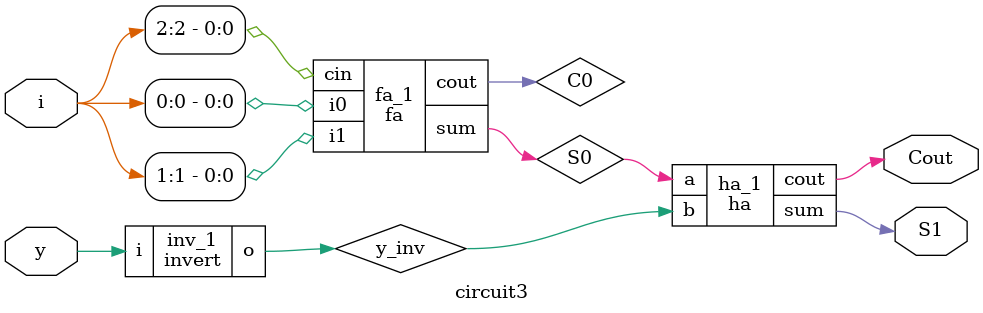
<source format=v>
module invert (
    input wire i,
    output wire o
);
    assign o = !i;
endmodule

module and2 (
    input wire i0, i1,
    output wire o
);
    assign o = i0 & i1;
endmodule

module or2 (
    input wire i0, i1,
    output wire o
);
    assign o = i0 | i1;
endmodule

module xor2 (
    input wire i0, i1,
    output wire o
);
    assign o = i0 ^ i1;
endmodule

module nand2 (
    input wire i0, i1,
    output wire o
);
    wire t;
    and2 and2_0 (i0, i1, t);
    invert invert_0 (t, o);
endmodule

module nor2 (
    input wire i0, i1,
    output wire o
);
    wire t;
    or2 or2_0 (i0, i1, t);
    invert invert_0 (t, o);
endmodule

module xnor2 (
    input wire i0, i1,
    output wire o
);
    wire t;
    xor2 xor2_0 (i0, i1, t);
    invert invert_0 (t, o);
endmodule

module and3 (
    input wire i0, i1, i2,
    output wire o
);
    wire t;
    and2 and2_0 (i0, i1, t);
    and2 and2_1 (i2, t, o);
endmodule

module or3 (
    input wire i0, i1, i2,
    output wire o
);
    wire t;
    or2 or2_0 (i0, i1, t);
    or2 or2_1 (i2, t, o);
endmodule

module nor3 (
    input wire i0, i1, i2,
    output wire o
);
    wire t;
    or2 or2_0 (i0, i1, t);
    nor2 nor2_0 (i2, t, o);
endmodule

module nand3 (
    input wire i0, i1, i2,
    output wire o
);
    wire t;
    and2 and2_0 (i0, i1, t);
    nand2 nand2_1 (i2, t, o);
endmodule

module xor3 (
    input wire i0, i1, i2,
    output wire o
);
    wire t;
    xor2 xor2_0 (i0, i1, t);
    xor2 xor2_1 (i2, t, o);
endmodule

module fa (
    input wire i0, i1, cin,
    output wire sum, cout
);
    wire t0, t1, t2;
    xor3 x0 (i0, i1, cin, sum);   // XOR gate for sum
    and2 a0 (i0, i1, t0);         // AND gate for carry-out part 1
    and2 a1 (i1, cin, t1);        // AND gate for carry-out part 2
    and2 a2 (cin, i0, t2);        // AND gate for carry-out part 3
    or3 o0 (t0, t1, t2, cout);    // OR gate to combine carry-out
endmodule

module ha (
    input wire a, b,
    output wire sum, cout
);
    xor2 x0 (a, b, sum);    // XOR gate for sum
    and2 a0 (a, b, cout);   // AND gate for carry-out
endmodule

module circuit3 (
    input wire [2:0] i,
    input wire y,
    output wire S1, Cout
);
    wire S0, C0, y_inv;

    fa fa_1 (i[0], i[1], i[2], S0, C0);
    invert inv_1 (y, y_inv);
    ha ha_1 (S0, y_inv, S1, Cout);
endmodule

</source>
